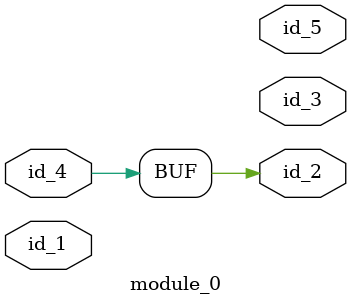
<source format=v>
module module_0 (
    id_1,
    id_2,
    id_3,
    id_4,
    id_5
);
  output id_5;
  input id_4;
  output id_3;
  output id_2;
  input id_1;
  assign id_2 = id_4;
endmodule

</source>
